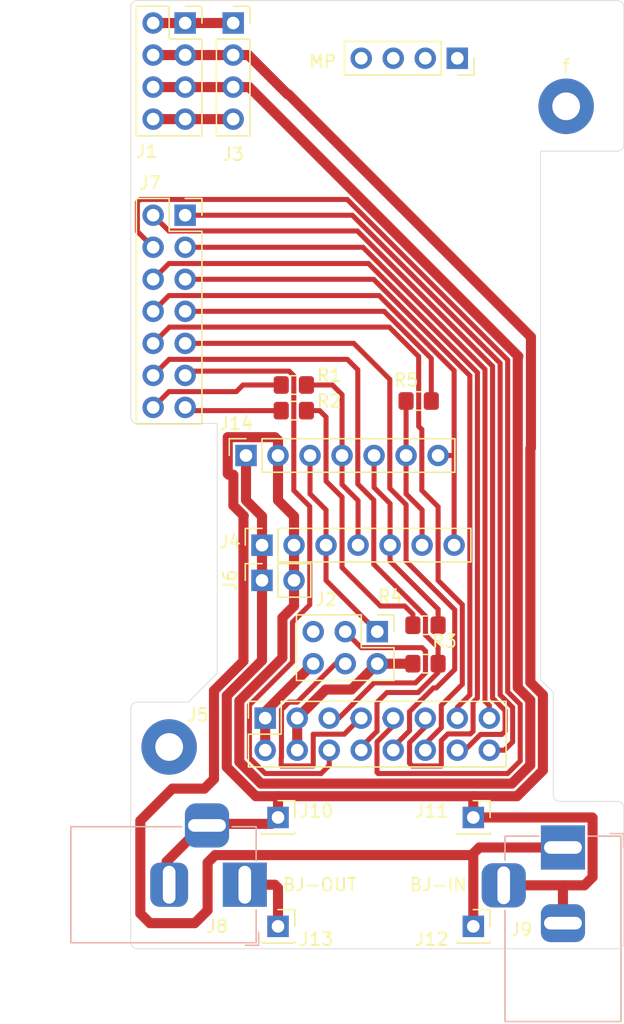
<source format=kicad_pcb>
(kicad_pcb (version 20221018) (generator pcbnew)
  (layers (0 "F.Cu" signal) (31 "B.Cu" signal) (34 "B.Paste" user) (35 "F.Paste" user) (36 "B.SilkS" user "B.Silkscreen") (37 "F.SilkS" user "F.Silkscreen") (38 "B.Mask" user) (39 "F.Mask" user) (44 "Edge.Cuts" user))
  (net 0 "")
  (net 1 "/GND")
  (net 2 "/RES")
  (net 3 "/SDA")
  (net 4 "/SCK")
  (net 5 "/RS")
  (net 6 "/CS")
  (net 7 "/M0")
  (net 8 "/M1")
  (net 9 "/TXD")
  (net 10 "/RXD")
  (net 11 "/AUX")
  (net 12 "/BL")
  (net 13 "/VCC")
  (net 15 "/LFT")
  (net 16 "/DW")
  (net 17 "/UP")
  (net 18 "/RT")
  (net 19 "/OK")
  (net 20 "/SET")
  (net 21 "/RXR")
  (net 22 "/TXR")
  (net 23 "/HVIN")
  (net 24 "/3V3")
  (net 25 "/VIN")
  (net 26 "Net-(R2-Pad1)")
  (net 27 "Net-(J7-Pin_7)")
  (footprint "Connector_PinSocket_2.54mm:PinSocket_1x07_P2.54mm_Vertical" (layer "F.Cu") (at 135.128 61.722 90)
    (fp_text reference "J4" (at 0.254 -2.54 180) (layer "F.SilkS"))
    (fp_text value "E32")
    (pad "1" thru_hole rect (at 0 0 90) (size 1.7 1.7) (drill 1) (layers "*.Cu" "*.Mask") (net 1 "/GND"))
    (pad "2" thru_hole oval (at 0 2.54 90) (size 1.7 1.7) (drill 1) (layers "*.Cu" "*.Mask") (net 13 "/VCC"))
    (pad "3" thru_hole oval (at 0 5.08 90) (size 1.7 1.7) (drill 1) (layers "*.Cu" "*.Mask") (net 11 "/AUX"))
    (pad "4" thru_hole oval (at 0 7.62 90) (size 1.7 1.7) (drill 1) (layers "*.Cu" "*.Mask") (net 10 "/RXD"))
    (pad "5" thru_hole oval (at 0 10.16 90) (size 1.7 1.7) (drill 1) (layers "*.Cu" "*.Mask") (net 9 "/TXD"))
    (pad "6" thru_hole oval (at 0 12.7 90) (size 1.7 1.7) (drill 1) (layers "*.Cu" "*.Mask") (net 8 "/M1"))
    (pad "7" thru_hole oval (at 0 15.24 90) (size 1.7 1.7) (drill 1) (layers "*.Cu" "*.Mask") (net 7 "/M0"))
  )
  (footprint "Connector_PinSocket_2.54mm:PinSocket_2x08_P2.54mm_Vertical" (layer "F.Cu") (at 135.382 75.438 90)
    (fp_text reference "J5" (at 0.254 -5.334 180) (layer "F.SilkS"))
    (fp_text value "DispKB")
    (pad "1" thru_hole rect (at 0 0 90) (size 1.7 1.7) (drill 1) (layers "*.Cu" "*.Mask") (net 1 "/GND"))
    (pad "2" thru_hole oval (at -2.54 0 90) (size 1.7 1.7) (drill 1) (layers "*.Cu" "*.Mask") (net 1 "/GND"))
    (pad "3" thru_hole oval (at 0 2.54 90) (size 1.7 1.7) (drill 1) (layers "*.Cu" "*.Mask") (net 13 "/VCC"))
    (pad "4" thru_hole oval (at -2.54 2.54 90) (size 1.7 1.7) (drill 1) (layers "*.Cu" "*.Mask") (net 13 "/VCC"))
    (pad "5" thru_hole oval (at 0 5.08 90) (size 1.7 1.7) (drill 1) (layers "*.Cu" "*.Mask") (net 4 "/SCK"))
    (pad "6" thru_hole oval (at -2.54 5.08 90) (size 1.7 1.7) (drill 1) (layers "*.Cu" "*.Mask") (net 20 "/SET"))
    (pad "7" thru_hole oval (at 0 7.62 90) (size 1.7 1.7) (drill 1) (layers "*.Cu" "*.Mask") (net 3 "/SDA"))
    (pad "8" thru_hole oval (at -2.54 7.62 90) (size 1.7 1.7) (drill 1) (layers "*.Cu" "*.Mask") (net 19 "/OK"))
    (pad "9" thru_hole oval (at 0 10.16 90) (size 1.7 1.7) (drill 1) (layers "*.Cu" "*.Mask") (net 2 "/RES"))
    (pad "10" thru_hole oval (at -2.54 10.16 90) (size 1.7 1.7) (drill 1) (layers "*.Cu" "*.Mask") (net 18 "/RT"))
    (pad "11" thru_hole oval (at 0 12.7 90) (size 1.7 1.7) (drill 1) (layers "*.Cu" "*.Mask") (net 5 "/RS"))
    (pad "12" thru_hole oval (at -2.54 12.7 90) (size 1.7 1.7) (drill 1) (layers "*.Cu" "*.Mask") (net 17 "/UP"))
    (pad "13" thru_hole oval (at 0 15.24 90) (size 1.7 1.7) (drill 1) (layers "*.Cu" "*.Mask") (net 6 "/CS"))
    (pad "14" thru_hole oval (at -2.54 15.24 90) (size 1.7 1.7) (drill 1) (layers "*.Cu" "*.Mask") (net 16 "/DW"))
    (pad "15" thru_hole oval (at 0 17.78 90) (size 1.7 1.7) (drill 1) (layers "*.Cu" "*.Mask") (net 12 "/BL"))
    (pad "16" thru_hole oval (at -2.54 17.78 90) (size 1.7 1.7) (drill 1) (layers "*.Cu" "*.Mask") (net 15 "/LFT"))
  )
  (footprint "Connector_PinSocket_2.54mm:PinSocket_1x02_P2.54mm_Vertical" (layer "F.Cu") (at 135.128 64.516 90)
    (fp_text reference "J6" (at 0 -2.54 90) (layer "F.SilkS"))
    (fp_text value "PWR")
    (pad "1" thru_hole rect (at 0 0 90) (size 1.7 1.7) (drill 1) (layers "*.Cu" "*.Mask") (net 1 "/GND"))
    (pad "2" thru_hole oval (at 0 2.54 90) (size 1.7 1.7) (drill 1) (layers "*.Cu" "*.Mask") (net 13 "/VCC"))
  )
  (footprint "MountingHole:MountingHole_2.2mm_M2_Pad" (layer "F.Cu") (at 159.258 26.924)
    (fp_text reference "f" (at 0 -3.2) (layer "F.SilkS"))
    (fp_text value "" hide)
    (pad "1" thru_hole circle (at 0 0) (size 4.4 4.4) (drill 2.2) (layers "*.Cu" "*.Mask"))
  )
  (footprint "MountingHole:MountingHole_2.2mm_M2_Pad" (layer "F.Cu") (at 127.762 77.724)
    (fp_text reference "e" hide)
    (fp_text value "" hide)
    (pad "1" thru_hole circle (at 0 0) (size 4.4 4.4) (drill 2.2) (layers "*.Cu" "*.Mask"))
  )
  (footprint "Connector_PinSocket_2.54mm:PinSocket_2x07_P2.54mm_Vertical" (layer "F.Cu") (at 129.032 35.56)
    (fp_text reference "J7" (at -2.794 -2.54) (layer "F.SilkS"))
    (fp_text value "2x7")
    (pad "1" thru_hole rect (at 0 0) (size 1.7 1.7) (drill 1) (layers "*.Cu" "*.Mask") (net 15 "/LFT"))
    (pad "2" thru_hole oval (at -2.54 0) (size 1.7 1.7) (drill 1) (layers "*.Cu" "*.Mask") (net 16 "/DW"))
    (pad "3" thru_hole oval (at 0 2.54) (size 1.7 1.7) (drill 1) (layers "*.Cu" "*.Mask") (net 12 "/BL"))
    (pad "4" thru_hole oval (at -2.54 2.54) (size 1.7 1.7) (drill 1) (layers "*.Cu" "*.Mask") (net 2 "/RES"))
    (pad "5" thru_hole oval (at 0 5.08) (size 1.7 1.7) (drill 1) (layers "*.Cu" "*.Mask") (net 6 "/CS"))
    (pad "6" thru_hole oval (at -2.54 5.08) (size 1.7 1.7) (drill 1) (layers "*.Cu" "*.Mask") (net 5 "/RS"))
    (pad "7" thru_hole oval (at 0 7.62) (size 1.7 1.7) (drill 1) (layers "*.Cu" "*.Mask") (net 27 "Net-(J7-Pin_7)"))
    (pad "8" thru_hole oval (at -2.54 7.62) (size 1.7 1.7) (drill 1) (layers "*.Cu" "*.Mask") (net 7 "/M0"))
    (pad "9" thru_hole oval (at 0 10.16) (size 1.7 1.7) (drill 1) (layers "*.Cu" "*.Mask") (net 18 "/RT"))
    (pad "10" thru_hole oval (at -2.54 10.16) (size 1.7 1.7) (drill 1) (layers "*.Cu" "*.Mask") (net 17 "/UP"))
    (pad "11" thru_hole oval (at 0 12.7) (size 1.7 1.7) (drill 1) (layers "*.Cu" "*.Mask") (net 20 "/SET"))
    (pad "12" thru_hole oval (at -2.54 12.7) (size 1.7 1.7) (drill 1) (layers "*.Cu" "*.Mask") (net 19 "/OK"))
    (pad "13" thru_hole oval (at 0 15.24) (size 1.7 1.7) (drill 1) (layers "*.Cu" "*.Mask") (net 22 "/TXR"))
    (pad "14" thru_hole oval (at -2.54 15.24) (size 1.7 1.7) (drill 1) (layers "*.Cu" "*.Mask") (net 21 "/RXR"))
  )
  (footprint "Resistor_SMD:R_0805_2012Metric_Pad1.20x1.40mm_HandSolder" (layer "F.Cu") (at 137.652 49.022 180)
    (fp_text reference "R1" (at -2.81 0.762) (layer "F.SilkS"))
    (fp_text value "4.7K")
    (pad "1" smd roundrect (at -1 0 180) (size 1.2 1.4) (layers "F.Cu" "F.Paste" "F.Mask") (roundrect_rratio 0.2083333333) (net 10 "/RXD"))
    (pad "2" smd roundrect (at 1 0 180) (size 1.2 1.4) (layers "F.Cu" "F.Paste" "F.Mask") (roundrect_rratio 0.2083333333) (net 21 "/RXR"))
  )
  (footprint "Connector_PinSocket_2.54mm:PinSocket_1x04_P2.54mm_Vertical" (layer "F.Cu") (at 150.622 23.114 -90)
    (fp_text reference "MP" (at 0.254 10.668 -180) (layer "F.SilkS"))
    (fp_text value "PinSocket_1x04_P2.54mm_Vertical" hide)
    (pad "1" thru_hole rect (at 0 0 270) (size 1.7 1.7) (drill 1) (layers "*.Cu" "*.Mask"))
    (pad "2" thru_hole oval (at 0 2.54 270) (size 1.7 1.7) (drill 1) (layers "*.Cu" "*.Mask"))
    (pad "3" thru_hole oval (at 0 5.08 270) (size 1.7 1.7) (drill 1) (layers "*.Cu" "*.Mask"))
    (pad "4" thru_hole oval (at 0 7.62 270) (size 1.7 1.7) (drill 1) (layers "*.Cu" "*.Mask"))
  )
  (footprint "Connector_PinSocket_2.54mm:PinSocket_2x04_P2.54mm_Vertical" (layer "F.Cu") (at 129.032 20.32)
    (fp_text reference "J1" (at -3.048 10.16) (layer "F.SilkS"))
    (fp_text value "1x6 MH")
    (pad "1" thru_hole rect (at 0 0) (size 1.7 1.7) (drill 1) (layers "*.Cu" "*.Mask") (net 25 "/VIN"))
    (pad "2" thru_hole oval (at -2.54 0) (size 1.7 1.7) (drill 1) (layers "*.Cu" "*.Mask") (net 25 "/VIN"))
    (pad "3" thru_hole oval (at 0 2.54) (size 1.7 1.7) (drill 1) (layers "*.Cu" "*.Mask") (net 1 "/GND"))
    (pad "4" thru_hole oval (at -2.54 2.54) (size 1.7 1.7) (drill 1) (layers "*.Cu" "*.Mask") (net 1 "/GND"))
    (pad "5" thru_hole oval (at 0 5.08) (size 1.7 1.7) (drill 1) (layers "*.Cu" "*.Mask") (net 13 "/VCC"))
    (pad "6" thru_hole oval (at -2.54 5.08) (size 1.7 1.7) (drill 1) (layers "*.Cu" "*.Mask") (net 13 "/VCC"))
    (pad "7" thru_hole oval (at 0 7.62) (size 1.7 1.7) (drill 1) (layers "*.Cu" "*.Mask") (net 24 "/3V3"))
    (pad "8" thru_hole oval (at -2.54 7.62) (size 1.7 1.7) (drill 1) (layers "*.Cu" "*.Mask") (net 24 "/3V3"))
  )
  (footprint "Connector_PinSocket_2.54mm:PinSocket_1x04_P2.54mm_Vertical" (layer "F.Cu") (at 132.842 20.32)
    (fp_text reference "J3" (at 0 10.414) (layer "F.SilkS"))
    (fp_text value "1x4 FH")
    (pad "1" thru_hole rect (at 0 0) (size 1.7 1.7) (drill 1) (layers "*.Cu" "*.Mask") (net 25 "/VIN"))
    (pad "2" thru_hole oval (at 0 2.54) (size 1.7 1.7) (drill 1) (layers "*.Cu" "*.Mask") (net 1 "/GND"))
    (pad "3" thru_hole oval (at 0 5.08) (size 1.7 1.7) (drill 1) (layers "*.Cu" "*.Mask") (net 13 "/VCC"))
    (pad "4" thru_hole oval (at 0 7.62) (size 1.7 1.7) (drill 1) (layers "*.Cu" "*.Mask") (net 24 "/3V3"))
  )
  (footprint "Resistor_SMD:R_0805_2012Metric_Pad1.20x1.40mm_HandSolder" (layer "F.Cu") (at 147.558 50.292)
    (fp_text reference "R5" (at -1 -1.65) (layer "F.SilkS"))
    (fp_text value "10")
    (pad "1" smd roundrect (at -1 0) (size 1.2 1.4) (layers "F.Cu" "F.Paste" "F.Mask") (roundrect_rratio 0.2083333333) (net 8 "/M1"))
    (pad "2" smd roundrect (at 1 0) (size 1.2 1.4) (layers "F.Cu" "F.Paste" "F.Mask") (roundrect_rratio 0.2083333333) (net 27 "Net-(J7-Pin_7)"))
  )
  (footprint "Connector_PinSocket_2.54mm:PinSocket_1x01_P2.54mm_Vertical" (layer "F.Cu") (at 151.892 91.948)
    (fp_text reference "J12" (at -3.302 1.016) (layer "F.SilkS"))
    (fp_text value "O")
    (pad "1" thru_hole rect (at 0 0) (size 1.7 1.7) (drill 1) (layers "*.Cu" "*.Mask") (net 13 "/VCC"))
  )
  (footprint "Connector_PinSocket_2.54mm:PinSocket_1x07_P2.54mm_Vertical" (layer "F.Cu") (at 133.858 54.61 90)
    (fp_text reference "J14" (at 2.54 -0.762 180) (layer "F.SilkS"))
    (fp_text value "T20D")
    (pad "1" thru_hole rect (at 0 0 90) (size 1.7 1.7) (drill 1) (layers "*.Cu" "*.Mask") (net 1 "/GND"))
    (pad "2" thru_hole oval (at 0 2.54 90) (size 1.7 1.7) (drill 1) (layers "*.Cu" "*.Mask") (net 13 "/VCC"))
    (pad "3" thru_hole oval (at 0 5.08 90) (size 1.7 1.7) (drill 1) (layers "*.Cu" "*.Mask") (net 11 "/AUX"))
    (pad "4" thru_hole oval (at 0 7.62 90) (size 1.7 1.7) (drill 1) (layers "*.Cu" "*.Mask") (net 10 "/RXD"))
    (pad "5" thru_hole oval (at 0 10.16 90) (size 1.7 1.7) (drill 1) (layers "*.Cu" "*.Mask") (net 9 "/TXD"))
    (pad "6" thru_hole oval (at 0 12.7 90) (size 1.7 1.7) (drill 1) (layers "*.Cu" "*.Mask") (net 8 "/M1"))
    (pad "7" thru_hole oval (at 0 15.24 90) (size 1.7 1.7) (drill 1) (layers "*.Cu" "*.Mask") (net 7 "/M0"))
  )
  (footprint "Resistor_SMD:R_0805_2012Metric_Pad1.20x1.40mm_HandSolder" (layer "F.Cu") (at 137.652 51.054 180)
    (fp_text reference "R2" (at -2.81 0.762) (layer "F.SilkS"))
    (fp_text value "4.7K")
    (pad "1" smd roundrect (at -1 0 180) (size 1.2 1.4) (layers "F.Cu" "F.Paste" "F.Mask") (roundrect_rratio 0.2083333333) (net 26 "Net-(R2-Pad1)"))
    (pad "2" smd roundrect (at 1 0 180) (size 1.2 1.4) (layers "F.Cu" "F.Paste" "F.Mask") (roundrect_rratio 0.2083333333) (net 22 "/TXR"))
  )
  (footprint "Connector_PinSocket_2.54mm:PinSocket_1x01_P2.54mm_Vertical" (layer "F.Cu") (at 151.892 83.312)
    (fp_text reference "J11" (at -3.302 -0.508) (layer "F.SilkS"))
    (fp_text value "I")
    (pad "1" thru_hole rect (at 0 0) (size 1.7 1.7) (drill 1) (layers "*.Cu" "*.Mask") (net 1 "/GND"))
  )
  (footprint "Connector_PinSocket_2.54mm:PinSocket_1x01_P2.54mm_Vertical" (layer "F.Cu") (at 136.398 91.948)
    (fp_text reference "J13" (at 3.048 1.016) (layer "F.SilkS"))
    (fp_text value "I")
    (pad "1" thru_hole rect (at 0 0) (size 1.7 1.7) (drill 1) (layers "*.Cu" "*.Mask") (net 23 "/HVIN"))
  )
  (footprint "Connector_PinSocket_2.54mm:PinSocket_1x01_P2.54mm_Vertical" (layer "F.Cu") (at 136.398 83.312)
    (fp_text reference "J10" (at 3.048 -0.508) (layer "F.SilkS"))
    (fp_text value "O")
    (pad "1" thru_hole rect (at 0 0) (size 1.7 1.7) (drill 1) (layers "*.Cu" "*.Mask") (net 1 "/GND"))
  )
  (footprint "Connector_PinHeader_2.54mm:PinHeader_2x03_P2.54mm_Vertical" (layer "F.Cu") (at 144.272 68.58 -90)
    (fp_text reference "J2" (at -2.54 4.064 -180) (layer "F.SilkS"))
    (fp_text value "ICSP")
    (pad "1" thru_hole rect (at 0 0 270) (size 1.7 1.7) (drill 1) (layers "*.Cu" "*.Mask") (net 11 "/AUX"))
    (pad "2" thru_hole oval (at 2.54 0 270) (size 1.7 1.7) (drill 1) (layers "*.Cu" "*.Mask") (net 13 "/VCC"))
    (pad "3" thru_hole oval (at 0 2.54 270) (size 1.7 1.7) (drill 1) (layers "*.Cu" "*.Mask") (net 4 "/SCK"))
    (pad "4" thru_hole oval (at 2.54 2.54 270) (size 1.7 1.7) (drill 1) (layers "*.Cu" "*.Mask") (net 3 "/SDA"))
    (pad "5" thru_hole oval (at 0 5.08 270) (size 1.7 1.7) (drill 1) (layers "*.Cu" "*.Mask"))
    (pad "6" thru_hole oval (at 2.54 5.08 270) (size 1.7 1.7) (drill 1) (layers "*.Cu" "*.Mask") (net 1 "/GND"))
  )
  (footprint "Resistor_SMD:R_0805_2012Metric_Pad1.20x1.40mm_HandSolder" (layer "F.Cu") (at 148.098 71.12)
    (fp_text reference "R3" (at 1.508 -1.778) (layer "F.SilkS"))
    (fp_text value "2.2K")
    (pad "1" smd roundrect (at -1 0) (size 1.2 1.4) (layers "F.Cu" "F.Paste" "F.Mask") (roundrect_rratio 0.2083333333) (net 13 "/VCC"))
    (pad "2" smd roundrect (at 1 0) (size 1.2 1.4) (layers "F.Cu" "F.Paste" "F.Mask") (roundrect_rratio 0.2083333333) (net 19 "/OK"))
  )
  (footprint "Resistor_SMD:R_0805_2012Metric_Pad1.20x1.40mm_HandSolder" (layer "F.Cu") (at 148.098 68.072 180)
    (fp_text reference "R4" (at 2.81 2.286) (layer "F.SilkS"))
    (fp_text value "10")
    (pad "1" smd roundrect (at -1 0 180) (size 1.2 1.4) (layers "F.Cu" "F.Paste" "F.Mask") (roundrect_rratio 0.2083333333) (net 9 "/TXD"))
    (pad "2" smd roundrect (at 1 0 180) (size 1.2 1.4) (layers "F.Cu" "F.Paste" "F.Mask") (roundrect_rratio 0.2083333333) (net 26 "Net-(R2-Pad1)"))
  )
  (footprint "Connector_BarrelJack:BarrelJack_Horizontal" (layer "B.Cu") (at 133.762 88.646)
    (fp_text reference "J8" (at -2.19 3.302) (layer "F.SilkS"))
    (fp_text value "BJ-OUT" (at 5.938 0) (layer "F.SilkS"))
    (pad "1" thru_hole rect (at 0 0) (size 3.5 3.5) (drill oval 1 3) (layers "*.Cu" "*.Mask") (net 23 "/HVIN"))
    (pad "2" thru_hole roundrect (at -6 0) (size 3 3.5) (drill oval 1 3) (layers "*.Cu" "*.Mask") (net 1 "/GND"))
    (pad "3" thru_hole roundrect (at -3 -4.7) (size 3.5 3.5) (drill oval 3 1) (layers "*.Cu" "*.Mask") (net 1 "/GND"))
  )
  (footprint "Connector_BarrelJack:BarrelJack_Horizontal" (layer "B.Cu") (at 159.004 85.694 90)
    (fp_text reference "J9" (at -6.508 -3.302) (layer "F.SilkS"))
    (fp_text value "BJ-IN" (at -2.952 -9.906 180) (layer "F.SilkS"))
    (pad "1" thru_hole rect (at 0 0 90) (size 3.5 3.5) (drill oval 1 3) (layers "*.Cu" "*.Mask") (net 13 "/VCC"))
    (pad "2" thru_hole roundrect (at -6 0 90) (size 3 3.5) (drill oval 1 3) (layers "*.Cu" "*.Mask") (net 1 "/GND"))
    (pad "3" thru_hole roundrect (at -3 -4.7 90) (size 3.5 3.5) (drill oval 3 1) (layers "*.Cu" "*.Mask") (net 1 "/GND"))
  )
  (gr_line (start 157.226 72.39) (end 158.242 73.406) (stroke (width 0.05)) (layer "Edge.Cuts"))
  (gr_line (start 163.322 30.48) (end 157.226 30.48) (stroke (width 0.05)) (layer "Edge.Cuts"))
  (gr_arc (start 163.322 18.542) (mid 163.68121 18.69079) (end 163.83 19.05) (stroke (width 0.05)) (layer "Edge.Cuts"))
  (gr_line (start 157.226 72.39) (end 157.226 30.48) (stroke (width 0.05)) (layer "Edge.Cuts"))
  (gr_arc (start 163.83 29.972) (mid 163.68121 30.33121) (end 163.322 30.48) (stroke (width 0.05)) (layer "Edge.Cuts"))
  (gr_line (start 158.75 82.042) (end 163.322 82.042) (stroke (width 0.05)) (layer "Edge.Cuts"))
  (gr_line (start 163.83 82.55) (end 163.83 93.218) (stroke (width 0.05)) (layer "Edge.Cuts"))
  (gr_line (start 125.222 18.542) (end 163.322 18.542) (stroke (width 0.05)) (layer "Edge.Cuts"))
  (gr_line (start 131.572 71.882) (end 129.286 74.168) (stroke (width 0.05)) (layer "Edge.Cuts"))
  (gr_line (start 131.572 52.07) (end 131.572 71.882) (stroke (width 0.05)) (layer "Edge.Cuts"))
  (gr_arc (start 125.222 93.726) (mid 124.86279 93.57721) (end 124.714 93.218) (stroke (width 0.05)) (layer "Edge.Cuts"))
  (gr_line (start 125.222 74.168) (end 129.286 74.168) (stroke (width 0.05)) (layer "Edge.Cuts"))
  (gr_line (start 163.83 19.05) (end 163.83 29.972) (stroke (width 0.05)) (layer "Edge.Cuts"))
  (gr_arc (start 125.222 52.07) (mid 124.86279 51.92121) (end 124.714 51.562) (stroke (width 0.05)) (layer "Edge.Cuts"))
  (gr_line (start 124.714 74.676) (end 124.714 93.218) (stroke (width 0.05)) (layer "Edge.Cuts"))
  (gr_arc (start 124.714 19.05) (mid 124.86279 18.69079) (end 125.222 18.542) (stroke (width 0.05)) (layer "Edge.Cuts"))
  (gr_line (start 163.322 93.726) (end 125.222 93.726) (stroke (width 0.05)) (layer "Edge.Cuts"))
  (gr_arc (start 158.75 82.042) (mid 158.39079 81.89321) (end 158.242 81.534) (stroke (width 0.05)) (layer "Edge.Cuts"))
  (gr_arc (start 163.83 93.218) (mid 163.68121 93.57721) (end 163.322 93.726) (stroke (width 0.05)) (layer "Edge.Cuts"))
  (gr_arc (start 163.322 82.042) (mid 163.68121 82.19079) (end 163.83 82.55) (stroke (width 0.05)) (layer "Edge.Cuts"))
  (gr_line (start 158.242 73.406) (end 158.242 81.534) (stroke (width 0.05)) (layer "Edge.Cuts"))
  (gr_line (start 124.714 51.562) (end 124.714 19.05) (stroke (width 0.05)) (layer "Edge.Cuts"))
  (gr_line (start 125.222 52.07) (end 131.572 52.07) (stroke (width 0.05)) (layer "Edge.Cuts"))
  (gr_arc (start 124.714 74.676) (mid 124.86279 74.31679) (end 125.222 74.168) (stroke (width 0.05)) (layer "Edge.Cuts"))
  (segment (start 135.128 61.722) (end 135.128 59.436) (width 0.8) (layer "F.Cu") (net 1))
  (segment (start 155.35958 81.628031) (end 151.892 81.628031) (width 0.8) (layer "F.Cu") (net 1))
  (segment (start 159.004 88.694) (end 154.304 88.694) (width 0.8) (layer "F.Cu") (net 1))
  (segment (start 135.382 77.978) (end 135.382 76.328) (width 0.8) (layer "F.Cu") (net 1))
  (segment (start 156.418066 54.056066) (end 156.418063 72.601366) (width 0.8) (layer "F.Cu") (net 1))
  (segment (start 161.354 88.044) (end 160.704 88.694) (width 0.8) (layer "F.Cu") (net 1))
  (segment (start 135.382 75.438) (end 135.382 77.978) (width 0.8) (layer "F.Cu") (net 1))
  (segment (start 139.192 71.12) (end 135.382 74.93) (width 0.8) (layer "F.Cu") (net 1))
  (segment (start 129.032 22.86) (end 132.842 22.86) (width 0.8) (layer "F.Cu") (net 1))
  (segment (start 157.412041 79.57557) (end 155.35958 81.628031) (width 0.8) (layer "F.Cu") (net 1))
  (segment (start 132.331979 73.656437) (end 135.128 70.860416) (width 0.8) (layer "F.Cu") (net 1))
  (segment (start 134.636418 81.628031) (end 132.331979 79.323592) (width 0.8) (layer "F.Cu") (net 1))
  (segment (start 159.004 91.694) (end 159.004 88.694) (width 0.8) (layer "F.Cu") (net 1))
  (segment (start 156.464 45.212) (end 156.464 54.010132) (width 0.8) (layer "F.Cu") (net 1))
  (segment (start 135.89 83.82) (end 136.398 83.312) (width 0.8) (layer "F.Cu") (net 1))
  (segment (start 161.354 83.344) (end 161.354 88.044) (width 0.8) (layer "F.Cu") (net 1))
  (segment (start 151.892 81.628031) (end 136.398 81.628031) (width 0.8) (layer "F.Cu") (net 1))
  (segment (start 157.412039 78.12357) (end 157.412041 78.123572) (width 0.8) (layer "F.Cu") (net 1))
  (segment (start 135.382 74.93) (end 135.382 75.438) (width 0.8) (layer "F.Cu") (net 1))
  (segment (start 126.492 22.86) (end 129.032 22.86) (width 0.8) (layer "F.Cu") (net 1))
  (segment (start 135.128 59.436) (end 133.858 58.166) (width 0.8) (layer "F.Cu") (net 1))
  (segment (start 136.398 83.312) (end 136.398 81.628031) (width 0.8) (layer "F.Cu") (net 1))
  (segment (start 134.044081 22.86) (end 137.16 25.975919) (width 0.8) (layer "F.Cu") (net 1))
  (segment (start 160.704 88.694) (end 159.004 88.694) (width 0.8) (layer "F.Cu") (net 1))
  (segment (start 130.556 83.82) (end 135.89 83.82) (width 0.8) (layer "F.Cu") (net 1))
  (segment (start 127.556 88.52) (end 127.556 86.82) (width 0.8) (layer "F.Cu") (net 1))
  (segment (start 156.464 54.010132) (end 156.418066 54.056066) (width 0.8) (layer "F.Cu") (net 1))
  (segment (start 127.556 86.82) (end 130.556 83.82) (width 0.8) (layer "F.Cu") (net 1))
  (segment (start 151.892 83.312) (end 161.322 83.312) (width 0.8) (layer "F.Cu") (net 1))
  (segment (start 132.331979 79.323592) (end 132.331979 73.656437) (width 0.8) (layer "F.Cu") (net 1))
  (segment (start 135.128 61.722) (end 135.128 64.516) (width 0.8) (layer "F.Cu") (net 1))
  (segment (start 132.842 22.86) (end 134.044081 22.86) (width 0.8) (layer "F.Cu") (net 1))
  (segment (start 151.892 83.312) (end 151.892 81.628031) (width 0.8) (layer "F.Cu") (net 1))
  (segment (start 161.322 83.312) (end 161.354 83.344) (width 0.8) (layer "F.Cu") (net 1))
  (segment (start 136.398 81.628031) (end 134.636418 81.628031) (width 0.8) (layer "F.Cu") (net 1))
  (segment (start 135.128 70.860416) (end 135.128 64.516) (width 0.8) (layer "F.Cu") (net 1))
  (segment (start 157.412041 78.123572) (end 157.412041 79.57557) (width 0.8) (layer "F.Cu") (net 1))
  (segment (start 137.16 25.975919) (end 137.227919 25.975919) (width 0.8) (layer "F.Cu") (net 1))
  (segment (start 156.418063 72.601366) (end 157.412039 73.595342) (width 0.8) (layer "F.Cu") (net 1))
  (segment (start 133.858 58.166) (end 133.858 54.61) (width 0.8) (layer "F.Cu") (net 1))
  (segment (start 137.227919 25.975919) (end 156.464 45.212) (width 0.8) (layer "F.Cu") (net 1))
  (segment (start 157.412039 73.595342) (end 157.412039 78.12357) (width 0.8) (layer "F.Cu") (net 1))
  (segment (start 144.852002 75.438) (end 145.542 75.438) (width 0.4) (layer "F.Cu") (net 2))
  (segment (start 154.618047 73.34696) (end 154.618047 47.037417) (width 0.4) (layer "F.Cu") (net 2))
  (segment (start 144.252001 79.736001) (end 144.252001 77.322541) (width 0.4) (layer "F.Cu") (net 2))
  (segment (start 144.344011 79.828011) (end 144.252001 79.736001) (width 0.4) (layer "F.Cu") (net 2))
  (segment (start 154.618047 73.34696) (end 155.612021 74.340934) (width 0.4) (layer "F.Cu") (net 2))
  (segment (start 144.252001 77.322541) (end 145.542 76.032542) (width 0.4) (layer "F.Cu") (net 2))
  (segment (start 145.542 76.032542) (end 145.542 75.438) (width 0.4) (layer "F.Cu") (net 2))
  (segment (start 155.612021 78.829979) (end 154.613989 79.828011) (width 0.4) (layer "F.Cu") (net 2))
  (segment (start 125.241999 34.524001) (end 125.241999 36.849999) (width 0.4) (layer "F.Cu") (net 2))
  (segment (start 154.613989 79.828011) (end 144.344011 79.828011) (width 0.4) (layer "F.Cu") (net 2))
  (segment (start 155.612021 74.340934) (end 155.612021 78.829979) (width 0.4) (layer "F.Cu") (net 2))
  (segment (start 154.618047 47.037417) (end 141.890629 34.309999) (width 0.4) (layer "F.Cu") (net 2))
  (segment (start 125.456001 34.309999) (end 125.241999 34.524001) (width 0.4) (layer "F.Cu") (net 2))
  (segment (start 141.890629 34.309999) (end 125.456001 34.309999) (width 0.4) (layer "F.Cu") (net 2))
  (segment (start 125.241999 36.849999) (end 126.492 38.1) (width 0.4) (layer "F.Cu") (net 2))
  (segment (start 141.655705 76.708) (end 139.192 76.708) (width 0.4) (layer "F.Cu") (net 3))
  (segment (start 139.192 76.708) (end 139.192 79.228001) (width 0.4) (layer "F.Cu") (net 3))
  (segment (start 136.652 78.598) (end 136.671999 78.578001) (width 0.4) (layer "F.Cu") (net 3))
  (segment (start 140.97 71.12) (end 137.922 74.168) (width 0.4) (layer "F.Cu") (net 3))
  (segment (start 141.732 71.12) (end 140.97 71.12) (width 0.4) (layer "F.Cu") (net 3))
  (segment (start 142.925705 75.438) (end 141.655705 76.708) (width 0.4) (layer "F.Cu") (net 3))
  (segment (start 143.002 74.82447) (end 143.002 75.438) (width 0.4) (layer "F.Cu") (net 3))
  (segment (start 143.002 75.438) (end 143.383 75.438) (width 0.4) (layer "F.Cu") (net 3))
  (segment (start 136.652 79.228001) (end 136.652 78.598) (width 0.4) (layer "F.Cu") (net 3))
  (segment (start 136.671999 78.578001) (end 136.671999 74.771371) (width 0.4) (layer "F.Cu") (net 3))
  (segment (start 137.27537 74.168) (end 136.671999 74.771371) (width 0.4) (layer "F.Cu") (net 3))
  (segment (start 137.922 74.168) (end 137.27537 74.168) (width 0.4) (layer "F.Cu") (net 3))
  (segment (start 139.192 79.228001) (end 136.652 79.228001) (width 0.4) (layer "F.Cu") (net 3))
  (segment (start 143.002 75.438) (end 143.256 75.438) (width 0.4) (layer "F.Cu") (net 3))
  (segment (start 143.002 75.438) (end 142.925705 75.438) (width 0.4) (layer "F.Cu") (net 3))
  (segment (start 143.002 75.016542) (end 143.002 75.438) (width 0.4) (layer "F.Cu") (net 3))
  (segment (start 142.312002 75.438) (end 143.002 75.438) (width 0.4) (layer "F.Cu") (net 3))
  (segment (start 147.828 69.85) (end 148.098 70.12) (width 0.4) (layer "F.Cu") (net 4))
  (segment (start 144.018 72.644) (end 141.224 75.438) (width 0.4) (layer "F.Cu") (net 4))
  (segment (start 143.002 69.85) (end 147.828 69.85) (width 0.4) (layer "F.Cu") (net 4))
  (segment (start 141.224 75.438) (end 140.462 75.438) (width 0.4) (layer "F.Cu") (net 4))
  (segment (start 148.098 71.846166) (end 147.300166 72.644) (width 0.4) (layer "F.Cu") (net 4))
  (segment (start 148.098 70.12) (end 148.098 71.846166) (width 0.4) (layer "F.Cu") (net 4))
  (segment (start 147.300166 72.644) (end 144.018 72.644) (width 0.4) (layer "F.Cu") (net 4))
  (segment (start 141.732 68.58) (end 143.002 69.85) (width 0.4) (layer "F.Cu") (net 4))
  (segment (start 149.879999 76.688001) (end 149.352 77.216) (width 0.4) (layer "F.Cu") (net 5))
  (segment (start 127.742 39.39) (end 143.576518 39.39) (width 0.4) (layer "F.Cu") (net 5))
  (segment (start 147.046001 79.228001) (end 146.831999 79.013999) (width 0.4) (layer "F.Cu") (net 5))
  (segment (start 126.492 40.64) (end 127.742 39.39) (width 0.4) (layer "F.Cu") (net 5))
  (segment (start 143.576518 39.39) (end 152.218011 48.031493) (width 0.4) (layer "F.Cu") (net 5))
  (segment (start 148.082 75.524542) (end 148.082 75.438) (width 0.4) (layer "F.Cu") (net 5))
  (segment (start 146.831999 79.013999) (end 146.831999 77.377999) (width 0.4) (layer "F.Cu") (net 5))
  (segment (start 152.218011 73.841989) (end 151.872001 74.187999) (width 0.4) (layer "F.Cu") (net 5))
  (segment (start 148.082 76.127998) (end 148.082 75.438) (width 0.4) (layer "F.Cu") (net 5))
  (segment (start 151.872001 74.187999) (end 151.872001 76.473999) (width 0.4) (layer "F.Cu") (net 5))
  (segment (start 151.657999 76.688001) (end 149.879999 76.688001) (width 0.4) (layer "F.Cu") (net 5))
  (segment (start 146.831999 77.377999) (end 148.082 76.127998) (width 0.4) (layer "F.Cu") (net 5))
  (segment (start 149.352 77.216) (end 149.352 79.228001) (width 0.4) (layer "F.Cu") (net 5))
  (segment (start 151.872001 76.473999) (end 151.657999 76.688001) (width 0.4) (layer "F.Cu") (net 5))
  (segment (start 149.352 79.228001) (end 147.046001 79.228001) (width 0.4) (layer "F.Cu") (net 5))
  (segment (start 152.218011 48.031493) (end 152.218011 73.841989) (width 0.4) (layer "F.Cu") (net 5))
  (segment (start 150.622 75.438) (end 150.622 74.589458) (width 0.4) (layer "F.Cu") (net 6))
  (segment (start 151.618001 48.280011) (end 143.97799 40.64) (width 0.4) (layer "F.Cu") (net 6))
  (segment (start 143.97799 40.64) (end 129.032 40.64) (width 0.4) (layer "F.Cu") (net 6))
  (segment (start 150.622 74.589458) (end 151.618001 73.593457) (width 0.4) (layer "F.Cu") (net 6))
  (segment (start 151.618001 73.593457) (end 151.618001 60.091459) (width 0.4) (layer "F.Cu") (net 6))
  (segment (start 150.622 75.438) (end 150.368 75.438) (width 0.4) (layer "F.Cu") (net 6))
  (segment (start 151.618001 60.198) (end 151.618001 48.280011) (width 0.4) (layer "F.Cu") (net 6))
  (segment (start 144.419462 41.93) (end 150.368 47.878538) (width 0.4) (layer "F.Cu") (net 7))
  (segment (start 150.368 54.61) (end 150.368 61.722) (width 0.4) (layer "F.Cu") (net 7))
  (segment (start 149.098 54.61) (end 150.368 54.61) (width 0.4) (layer "F.Cu") (net 7))
  (segment (start 126.492 43.18) (end 127.742 41.93) (width 0.4) (layer "F.Cu") (net 7))
  (segment (start 127.742 41.93) (end 144.419462 41.93) (width 0.4) (layer "F.Cu") (net 7))
  (segment (start 126.492 43.18) (end 126.832528 43.18) (width 0.4) (layer "F.Cu") (net 7))
  (segment (start 150.368 47.878538) (end 150.368 54.61) (width 0.4) (layer "F.Cu") (net 7))
  (segment (start 146.558 57.658) (end 146.558 54.61) (width 0.4) (layer "F.Cu") (net 8))
  (segment (start 146.558 50.292) (end 146.558 54.61) (width 0.4) (layer "F.Cu") (net 8))
  (segment (start 147.828 58.928) (end 146.558 57.658) (width 0.4) (layer "F.Cu") (net 8))
  (segment (start 147.828 61.722) (end 147.828 58.928) (width 0.4) (layer "F.Cu") (net 8))
  (segment (start 145.288 58.42) (end 145.288 61.722) (width 0.4) (layer "F.Cu") (net 9))
  (segment (start 143.748 54.34) (end 144.018 54.61) (width 0.4) (layer "F.Cu") (net 9))
  (segment (start 145.272 61.706) (end 145.288 61.722) (width 0.4) (layer "F.Cu") (net 9))
  (segment (start 144.018 54.61) (end 144.018 57.15) (width 0.4) (layer "F.Cu") (net 9))
  (segment (start 144.018 57.15) (end 145.288 58.42) (width 0.4) (layer "F.Cu") (net 9))
  (segment (start 149.098 66.802) (end 149.098 68.072) (width 0.4) (layer "F.Cu") (net 9))
  (segment (start 145.288 62.992) (end 149.098 66.802) (width 0.4) (layer "F.Cu") (net 9))
  (segment (start 145.288 61.722) (end 145.288 62.992) (width 0.4) (layer "F.Cu") (net 9))
  (segment (start 141.478 49.784) (end 140.716 49.022) (width 0.4) (layer "F.Cu") (net 10))
  (segment (start 140.716 49.022) (end 138.652 49.022) (width 0.4) (layer "F.Cu") (net 10))
  (segment (start 141.478 54.61) (end 141.478 49.784) (width 0.4) (layer "F.Cu") (net 10))
  (segment (start 142.748 58.182) (end 142.748 61.722) (width 0.4) (layer "F.Cu") (net 10))
  (segment (start 141.478 56.912) (end 142.748 58.182) (width 0.4) (layer "F.Cu") (net 10))
  (segment (start 141.478 54.61) (end 141.478 56.912) (width 0.4) (layer "F.Cu") (net 10))
  (segment (start 138.938 57.658) (end 140.208 58.928) (width 0.4) (layer "F.Cu") (net 11))
  (segment (start 138.938 54.61) (end 138.938 57.658) (width 0.4) (layer "F.Cu") (net 11))
  (segment (start 140.208 64.516) (end 144.272 68.58) (width 0.4) (layer "F.Cu") (net 11))
  (segment (start 140.208 58.928) (end 140.208 61.722) (width 0.4) (layer "F.Cu") (net 11))
  (segment (start 140.208 61.722) (end 140.208 64.516) (width 0.4) (layer "F.Cu") (net 11))
  (segment (start 153.162 75.279456) (end 153.162 75.438) (width 0.4) (layer "F.Cu") (net 12))
  (segment (start 153.162 75.438) (end 153.162 75.184) (width 0.4) (layer "F.Cu") (net 12))
  (segment (start 153.162 74.436539) (end 152.81802 74.092559) (width 0.4) (layer "F.Cu") (net 12))
  (segment (start 153.162 75.438) (end 153.162 74.436539) (width 0.4) (layer "F.Cu") (net 12))
  (segment (start 152.818021 47.782975) (end 143.135046 38.1) (width 0.4) (layer "F.Cu") (net 12))
  (segment (start 153.162 75.438) (end 153.162 75.078835) (width 0.4) (layer "F.Cu") (net 12))
  (segment (start 143.135046 38.1) (end 129.032 38.1) (width 0.4) (layer "F.Cu") (net 12))
  (segment (start 152.81802 74.092559) (end 152.818021 47.782975) (width 0.4) (layer "F.Cu") (net 12))
  (segment (start 155.418047 46.797953) (end 155.418047 54.470273) (width 0.8) (layer "F.Cu") (net 13))
  (segment (start 155.418047 54.470273) (end 155.418057 54.470283) (width 0.8) (layer "F.Cu") (net 13))
  (segment (start 132.408 56.06) (end 132.482 56.134) (width 0.8) (layer "F.Cu") (net 13))
  (segment (start 137.668 61.722) (end 137.668 64.516) (width 0.8) (layer "F.Cu") (net 13))
  (segment (start 136.747315 70.655315) (end 136.747315 67.468685) (width 0.8) (layer "F.Cu") (net 13))
  (segment (start 128.016 81.026) (end 125.476 83.566) (width 0.8) (layer "F.Cu") (net 13))
  (segment (start 130.81 86.898) (end 131.412 86.296) (width 0.8) (layer "F.Cu") (net 13))
  (segment (start 159.004 85.694) (end 152.368 85.694) (width 0.8) (layer "F.Cu") (net 13))
  (segment (start 132.408 53.16) (end 132.408 56.06) (width 0.8) (layer "F.Cu") (net 13))
  (segment (start 136.398 54.61) (end 136.398 53.407919) (width 0.8) (layer "F.Cu") (net 13))
  (segment (start 137.668 66.548) (end 137.668 64.516) (width 0.8) (layer "F.Cu") (net 13))
  (segment (start 152.368 85.694) (end 151.766 86.296) (width 0.8) (layer "F.Cu") (net 13))
  (segment (start 129.794 91.694) (end 130.81 90.678) (width 0.8) (layer "F.Cu") (net 13))
  (segment (start 137.922 75.438) (end 137.922 77.978) (width 0.8) (layer "F.Cu") (net 13))
  (segment (start 133.656088 59.422126) (end 133.656088 70.918114) (width 0.8) (layer "F.Cu") (net 13))
  (segment (start 132.858 58.580214) (end 133.678 59.400214) (width 0.8) (layer "F.Cu") (net 13))
  (segment (start 155.418057 54.470283) (end 155.418055 73.015584) (width 0.8) (layer "F.Cu") (net 13))
  (segment (start 132.858 56.15) (end 132.858 58.580214) (width 0.8) (layer "F.Cu") (net 13))
  (segment (start 156.412031 79.161353) (end 154.945363 80.628021) (width 0.8) (layer "F.Cu") (net 13))
  (segment (start 137.668 59.436) (end 136.398 58.166) (width 0.8) (layer "F.Cu") (net 13))
  (segment (start 135.050635 80.628021) (end 133.331989 78.909375) (width 0.8) (layer "F.Cu") (net 13))
  (segment (start 151.892 86.422) (end 151.766 86.296) (width 0.8) (layer "F.Cu") (net 13))
  (segment (start 136.747315 67.468685) (end 137.668 66.548) (width 0.8) (layer "F.Cu") (net 13))
  (segment (start 136.398 53.407919) (end 136.150081 53.16) (width 0.8) (layer "F.Cu") (net 13))
  (segment (start 133.331989 74.070641) (end 136.747315 70.655315) (width 0.8) (layer "F.Cu") (net 13))
  (segment (start 126.492 25.4) (end 129.032 25.4) (width 0.8) (layer "F.Cu") (net 13))
  (segment (start 125.476 90.932) (end 126.238 91.694) (width 0.8) (layer "F.Cu") (net 13))
  (segment (start 151.892 91.948) (end 151.892 86.422) (width 0.8) (layer "F.Cu") (net 13))
  (segment (start 154.945363 80.628021) (end 135.050635 80.628021) (width 0.8) (layer "F.Cu") (net 13))
  (segment (start 156.412031 74.00956) (end 156.412031 79.161353) (width 0.8) (layer "F.Cu") (net 13))
  (segment (start 131.318 80.264) (end 130.556 81.026) (width 0.8) (layer "F.Cu") (net 13))
  (segment (start 155.464 46.752) (end 155.418047 46.797953) (width 0.8) (layer "F.Cu") (net 13))
  (segment (start 132.842 25.4) (end 134.112 25.4) (width 0.8) (layer "F.Cu") (net 13))
  (segment (start 126.238 91.694) (end 129.794 91.694) (width 0.8) (layer "F.Cu") (net 13))
  (segment (start 130.81 90.678) (end 130.81 86.898) (width 0.8) (layer "F.Cu") (net 13))
  (segment (start 144.272 71.12) (end 147.098 71.12) (width 0.8) (layer "F.Cu") (net 13))
  (segment (start 132.842 56.134) (end 132.858 56.15) (width 0.8) (layer "F.Cu") (net 13))
  (segment (start 133.331989 78.909375) (end 133.331989 74.070641) (width 0.8) (layer "F.Cu") (net 13))
  (segment (start 134.112 25.4) (end 155.464 46.752) (width 0.8) (layer "F.Cu") (net 13))
  (segment (start 131.412 86.296) (end 151.766 86.296) (width 0.8) (layer "F.Cu") (net 13))
  (segment (start 140.19 73.17) (end 137.922 75.438) (width 0.8) (layer "F.Cu") (net 13))
  (segment (start 132.482 56.134) (end 132.842 56.134) (width 0.8) (layer "F.Cu") (net 13))
  (segment (start 129.032 25.4) (end 132.842 25.4) (width 0.8) (layer "F.Cu") (net 13))
  (segment (start 144.272 71.12) (end 142.222 73.17) (width 0.8) (layer "F.Cu") (net 13))
  (segment (start 136.398 58.166) (end 136.398 54.61) (width 0.8) (layer "F.Cu") (net 13))
  (segment (start 133.678 59.400214) (end 133.656088 59.422126) (width 0.8) (layer "F.Cu") (net 13))
  (segment (start 125.476 83.566) (end 125.476 90.932) (width 0.8) (layer "F.Cu") (net 13))
  (segment (start 136.150081 53.16) (end 132.408 53.16) (width 0.8) (layer "F.Cu") (net 13))
  (segment (start 137.668 61.722) (end 137.668 59.436) (width 0.8) (layer "F.Cu") (net 13))
  (segment (start 133.656088 70.918114) (end 131.318 73.256202) (width 0.8) (layer "F.Cu") (net 13))
  (segment (start 155.418055 73.015584) (end 156.412031 74.00956) (width 0.8) (layer "F.Cu") (net 13))
  (segment (start 130.556 81.026) (end 128.016 81.026) (width 0.8) (layer "F.Cu") (net 13))
  (segment (start 131.318 73.256202) (end 131.318 80.264) (width 0.8) (layer "F.Cu") (net 13))
  (segment (start 142.222 73.17) (end 140.19 73.17) (width 0.8) (layer "F.Cu") (net 13))
  (segment (start 154.018038 73.595493) (end 154.018038 47.285936) (width 0.4) (layer "F.Cu") (net 15))
  (segment (start 154.364081 77.978) (end 155.012011 77.33007) (width 0.4) (layer "F.Cu") (net 15))
  (segment (start 153.162 77.978) (end 154.364081 77.978) (width 0.4) (layer "F.Cu") (net 15))
  (segment (start 155.012011 77.33007) (end 155.012011 74.589466) (width 0.4) (layer "F.Cu") (net 15))
  (segment (start 153.320544 77.978) (end 153.162 77.978) (width 0.4) (layer "F.Cu") (net 15))
  (segment (start 142.292102 35.56) (end 129.032 35.56) (width 0.4) (layer "F.Cu") (net 15))
  (segment (start 155.012011 74.589466) (end 154.018038 73.595493) (width 0.4) (layer "F.Cu") (net 15))
  (segment (start 142.292102 35.56) (end 154.018038 47.285936) (width 0.4) (layer "F.Cu") (net 15))
  (segment (start 153.418029 73.844026) (end 154.412001 74.837998) (width 0.4) (layer "F.Cu") (net 16))
  (segment (start 126.492 35.56) (end 127.742001 36.810001) (width 0.4) (layer "F.Cu") (net 16))
  (segment (start 152.466543 76.727999) (end 151.216542 77.978) (width 0.4) (layer "F.Cu") (net 16))
  (segment (start 142.693575 36.810001) (end 153.41803 47.534456) (width 0.4) (layer "F.Cu") (net 16))
  (segment (start 151.216542 77.978) (end 150.622 77.978) (width 0.4) (layer "F.Cu") (net 16))
  (segment (start 154.412001 74.837998) (end 154.412001 76.473999) (width 0.4) (layer "F.Cu") (net 16))
  (segment (start 153.41803 47.534456) (end 153.418029 73.844026) (width 0.4) (layer "F.Cu") (net 16))
  (segment (start 127.742001 36.810001) (end 142.693575 36.810001) (width 0.4) (layer "F.Cu") (net 16))
  (segment (start 154.158001 76.727999) (end 152.466543 76.727999) (width 0.4) (layer "F.Cu") (net 16))
  (segment (start 154.412001 76.473999) (end 154.158001 76.727999) (width 0.4) (layer "F.Cu") (net 16))
  (segment (start 147.808 52.558) (end 147.558 52.308) (width 0.4) (layer "F.Cu") (net 17))
  (segment (start 147.558 46.765594) (end 145.222406 44.43) (width 0.4) (layer "F.Cu") (net 17))
  (segment (start 149.098 64.516) (end 149.098 58.674) (width 0.4) (layer "F.Cu") (net 17))
  (segment (start 149.098 58.674) (end 147.808 57.384) (width 0.4) (layer "F.Cu") (net 17))
  (segment (start 148.082 77.47) (end 149.352 76.2) (width 0.4) (layer "F.Cu") (net 17))
  (segment (start 149.352 76.2) (end 149.352 74.422) (width 0.4) (layer "F.Cu") (net 17))
  (segment (start 127.782 44.43) (end 126.492 45.72) (width 0.4) (layer "F.Cu") (net 17))
  (segment (start 145.222406 44.43) (end 127.782 44.43) (width 0.4) (layer "F.Cu") (net 17))
  (segment (start 147.808 57.384) (end 147.808 52.558) (width 0.4) (layer "F.Cu") (net 17))
  (segment (start 151.018001 66.436001) (end 149.098 64.516) (width 0.4) (layer "F.Cu") (net 17))
  (segment (start 149.352 74.422) (end 151.018001 72.755999) (width 0.4) (layer "F.Cu") (net 17))
  (segment (start 148.082 77.978) (end 148.082 77.47) (width 0.4) (layer "F.Cu") (net 17))
  (segment (start 147.558 52.308) (end 147.558 46.765594) (width 0.4) (layer "F.Cu") (net 17))
  (segment (start 151.018001 72.755999) (end 151.018001 66.436001) (width 0.4) (layer "F.Cu") (net 17))
  (segment (start 142.410166 45.72) (end 145.268 48.577834) (width 0.4) (layer "F.Cu") (net 18))
  (segment (start 146.832 76.434) (end 145.542 77.724) (width 0.4) (layer "F.Cu") (net 18))
  (segment (start 128.783468 46.32001) (end 128.607729 46.144271) (width 0.4) (layer "F.Cu") (net 18))
  (segment (start 147.760528 74.006) (end 147.746233 74.006) (width 0.4) (layer "F.Cu") (net 18))
  (segment (start 146.558 58.506528) (end 146.558 62.992) (width 0.4) (layer "F.Cu") (net 18))
  (segment (start 146.832 74.920233) (end 146.832 76.434) (width 0.4) (layer "F.Cu") (net 18))
  (segment (start 145.542 77.724) (end 145.542 77.978) (width 0.4) (layer "F.Cu") (net 18))
  (segment (start 146.558 62.992) (end 150.418001 66.852001) (width 0.4) (layer "F.Cu") (net 18))
  (segment (start 147.746233 74.006) (end 146.832 74.920233) (width 0.4) (layer "F.Cu") (net 18))
  (segment (start 129.032 45.72) (end 129.37 45.382) (width 0.4) (layer "F.Cu") (net 18))
  (segment (start 148.729264 73.037264) (end 147.760528 74.006) (width 0.4) (layer "F.Cu") (net 18))
  (segment (start 145.542 77.978) (end 145.542 77.47) (width 0.4) (layer "F.Cu") (net 18))
  (segment (start 145.268 57.216528) (end 146.558 58.506528) (width 0.4) (layer "F.Cu") (net 18))
  (segment (start 129.032 45.72) (end 128.524 45.72) (width 0.4) (layer "F.Cu") (net 18))
  (segment (start 145.268 48.577834) (end 145.268 57.216528) (width 0.4) (layer "F.Cu") (net 18))
  (segment (start 150.418001 66.852001) (end 150.418001 71.577999) (width 0.4) (layer "F.Cu") (net 18))
  (segment (start 148.958736 73.037264) (end 148.729264 73.037264) (width 0.4) (layer "F.Cu") (net 18))
  (segment (start 129.032 45.72) (end 142.410166 45.72) (width 0.4) (layer "F.Cu") (net 18))
  (segment (start 150.418001 71.577999) (end 148.958736 73.037264) (width 0.4) (layer "F.Cu") (net 18))
  (segment (start 148.098 67.345834) (end 148.098 68.85) (width 0.4) (layer "F.Cu") (net 19))
  (segment (start 149.098 71.12) (end 149.098 71.82) (width 0.4) (layer "F.Cu") (net 19))
  (segment (start 126.492 48.418544) (end 126.492 48.26) (width 0.4) (layer "F.Cu") (net 19))
  (segment (start 144.252002 74.187998) (end 144.252002 76.474012) (width 0.4) (layer "F.Cu") (net 19))
  (segment (start 149.098 71.82) (end 147.512 73.406) (width 0.4) (layer "F.Cu") (net 19))
  (segment (start 126.492 48.26) (end 127.762 46.99) (width 0.4) (layer "F.Cu") (net 19))
  (segment (start 147.512 73.406) (end 145.034 73.406) (width 0.4) (layer "F.Cu") (net 19))
  (segment (start 143.998 58.146) (end 143.998 63.245834) (width 0.4) (layer "F.Cu") (net 19))
  (segment (start 142.728 56.876) (end 143.998 58.146) (width 0.4) (layer "F.Cu") (net 19))
  (segment (start 127.762 46.99) (end 141.902166 46.99) (width 0.4) (layer "F.Cu") (net 19))
  (segment (start 142.728 47.815834) (end 142.728 56.876) (width 0.4) (layer "F.Cu") (net 19))
  (segment (start 126.492 48.26) (end 126.492 48.183705) (width 0.4) (layer "F.Cu") (net 19))
  (segment (start 145.034 73.406) (end 144.252002 74.187998) (width 0.4) (layer "F.Cu") (net 19))
  (segment (start 126.492 48.26) (end 126.492 48.768) (width 0.4) (layer "F.Cu") (net 19))
  (segment (start 148.098 68.85) (end 149.098 69.85) (width 0.4) (layer "F.Cu") (net 19))
  (segment (start 141.902166 46.99) (end 142.728 47.815834) (width 0.4) (layer "F.Cu") (net 19))
  (segment (start 144.252002 76.474012) (end 143.002 77.724014) (width 0.4) (layer "F.Cu") (net 19))
  (segment (start 149.098 69.85) (end 149.098 71.12) (width 0.4) (layer "F.Cu") (net 19))
  (segment (start 143.998 63.245834) (end 148.098 67.345834) (width 0.4) (layer "F.Cu") (net 19))
  (segment (start 143.002 77.978) (end 143.002 77.724) (width 0.4) (layer "F.Cu") (net 19))
  (segment (start 143.002 77.724014) (end 143.002 77.978) (width 0.4) (layer "F.Cu") (net 19))
  (segment (start 135.381985 79.828001) (end 134.131989 78.578005) (width 0.4) (layer "F.Cu") (net 20))
  (segment (start 129.032 48.26) (end 128.945472 48.26) (width 0.4) (layer "F.Cu") (net 20))
  (segment (start 129.032 48.26) (end 129.462 47.83) (width 0.4) (layer "F.Cu") (net 20))
  (segment (start 137.547315 70.986685) (end 137.547315 67.823314) (width 0.4) (layer "F.Cu") (net 20))
  (segment (start 137.547315 67.823314) (end 138.918 66.452629) (width 0.4) (layer "F.Cu") (net 20))
  (segment (start 129.37 47.922) (end 137.278166 47.922) (width 0.4) (layer "F.Cu") (net 20))
  (segment (start 140.462 79.180081) (end 139.81408 79.828001) (width 0.4) (layer "F.Cu") (net 20))
  (segment (start 139.81408 79.828001) (end 135.381985 79.828001) (width 0.4) (layer "F.Cu") (net 20))
  (segment (start 137.652 57.388) (end 138.918 58.654) (width 0.4) (layer "F.Cu") (net 20))
  (segment (start 134.131989 78.578005) (end 134.131989 74.402011) (width 0.4) (layer "F.Cu") (net 20))
  (segment (start 137.278166 47.922) (end 137.652 48.295834) (width 0.4) (layer "F.Cu") (net 20))
  (segment (start 129.032 48.26) (end 129.37 47.922) (width 0.4) (layer "F.Cu") (net 20))
  (segment (start 138.918 66.452629) (end 138.918 58.654) (width 0.4) (layer "F.Cu") (net 20))
  (segment (start 137.652 48.295834) (end 137.652 57.388) (width 0.4) (layer "F.Cu") (net 20))
  (segment (start 140.462 77.978) (end 140.462 79.180081) (width 0.4) (layer "F.Cu") (net 20))
  (segment (start 134.131989 74.402011) (end 137.547315 70.986685) (width 0.4) (layer "F.Cu") (net 20))
  (segment (start 126.492 50.8) (end 126.492 50.958544) (width 0.4) (layer "F.Cu") (net 21))
  (segment (start 126.492 50.8) (end 126.492 51.140542) (width 0.4) (layer "F.Cu") (net 21))
  (segment (start 127.746 49.546) (end 126.492 50.8) (width 0.4) (layer "F.Cu") (net 21))
  (segment (start 133.096 49.546) (end 127.746 49.546) (width 0.4) (layer "F.Cu") (net 21))
  (segment (start 133.62 49.022) (end 133.096 49.546) (width 0.4) (layer "F.Cu") (net 21))
  (segment (start 136.652 49.022) (end 133.62 49.022) (width 0.4) (layer "F.Cu") (net 21))
  (segment (start 136.652 51.054) (end 129.286 51.054) (width 0.4) (layer "F.Cu") (net 22))
  (segment (start 129.286 51.054) (end 129.032 50.8) (width 0.4) (layer "F.Cu") (net 22))
  (segment (start 133.556 89.106) (end 133.556 88.52) (width 0.4) (layer "F.Cu") (net 23))
  (segment (start 136.398 88.9) (end 136.398 91.948) (width 0.8) (layer "F.Cu") (net 23))
  (segment (start 136.144 88.646) (end 136.398 88.9) (width 0.8) (layer "F.Cu") (net 23))
  (segment (start 133.762 88.646) (end 136.144 88.646) (width 0.8) (layer "F.Cu") (net 23))
  (segment (start 129.032 27.94) (end 132.842 27.94) (width 0.8) (layer "F.Cu") (net 24))
  (segment (start 126.492 27.94) (end 129.032 27.94) (width 0.8) (layer "F.Cu") (net 24))
  (segment (start 132.842 20.32) (end 129.032 20.32) (width 0.8) (layer "F.Cu") (net 25))
  (segment (start 126.492 20.32) (end 129.032 20.32) (width 0.8) (layer "F.Cu") (net 25))
  (segment (start 141.478 63.5) (end 141.478 57.912) (width 0.4) (layer "F.Cu") (net 26))
  (segment (start 147.098 68.072) (end 147.098 67.194362) (width 0.4) (layer "F.Cu") (net 26))
  (segment (start 139.7 51.054) (end 138.652 51.054) (width 0.4) (layer "F.Cu") (net 26))
  (segment (start 144.526 66.548) (end 141.478 63.5) (width 0.4) (layer "F.Cu") (net 26))
  (segment (start 146.451638 66.548) (end 144.526 66.548) (width 0.4) (layer "F.Cu") (net 26))
  (segment (start 141.478 57.912) (end 140.208 56.642) (width 0.4) (layer "F.Cu") (net 26))
  (segment (start 147.098 67.194362) (end 146.451638 66.548) (width 0.4) (layer "F.Cu") (net 26))
  (segment (start 140.208 56.642) (end 140.208 51.562) (width 0.4) (layer "F.Cu") (net 26))
  (segment (start 140.208 51.562) (end 139.7 51.054) (width 0.4) (layer "F.Cu") (net 26))
  (segment (start 129.032 43.18) (end 144.820934 43.18) (width 0.4) (layer "F.Cu") (net 27))
  (segment (start 148.558 46.917066) (end 148.558 50.292) (width 0.4) (layer "F.Cu") (net 27))
  (segment (start 144.820934 43.18) (end 148.558 46.917066) (width 0.4) (layer "F.Cu") (net 27))
)
</source>
